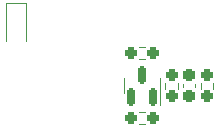
<source format=gbr>
%TF.GenerationSoftware,KiCad,Pcbnew,(6.0.11)*%
%TF.CreationDate,2024-02-10T16:41:49+09:00*%
%TF.ProjectId,SmallPW,536d616c-6c50-4572-9e6b-696361645f70,rev?*%
%TF.SameCoordinates,Original*%
%TF.FileFunction,Legend,Bot*%
%TF.FilePolarity,Positive*%
%FSLAX46Y46*%
G04 Gerber Fmt 4.6, Leading zero omitted, Abs format (unit mm)*
G04 Created by KiCad (PCBNEW (6.0.11)) date 2024-02-10 16:41:49*
%MOMM*%
%LPD*%
G01*
G04 APERTURE LIST*
G04 Aperture macros list*
%AMRoundRect*
0 Rectangle with rounded corners*
0 $1 Rounding radius*
0 $2 $3 $4 $5 $6 $7 $8 $9 X,Y pos of 4 corners*
0 Add a 4 corners polygon primitive as box body*
4,1,4,$2,$3,$4,$5,$6,$7,$8,$9,$2,$3,0*
0 Add four circle primitives for the rounded corners*
1,1,$1+$1,$2,$3*
1,1,$1+$1,$4,$5*
1,1,$1+$1,$6,$7*
1,1,$1+$1,$8,$9*
0 Add four rect primitives between the rounded corners*
20,1,$1+$1,$2,$3,$4,$5,0*
20,1,$1+$1,$4,$5,$6,$7,0*
20,1,$1+$1,$6,$7,$8,$9,0*
20,1,$1+$1,$8,$9,$2,$3,0*%
G04 Aperture macros list end*
%ADD10C,0.120000*%
%ADD11C,1.524000*%
%ADD12R,3.800000X3.800000*%
%ADD13C,3.800000*%
%ADD14C,4.000000*%
%ADD15O,4.000000X1.524000*%
%ADD16C,2.780000*%
%ADD17RoundRect,0.237500X-0.237500X0.300000X-0.237500X-0.300000X0.237500X-0.300000X0.237500X0.300000X0*%
%ADD18R,1.000000X1.000000*%
%ADD19RoundRect,0.237500X-0.237500X0.250000X-0.237500X-0.250000X0.237500X-0.250000X0.237500X0.250000X0*%
%ADD20RoundRect,0.150000X0.150000X-0.587500X0.150000X0.587500X-0.150000X0.587500X-0.150000X-0.587500X0*%
%ADD21RoundRect,0.237500X0.250000X0.237500X-0.250000X0.237500X-0.250000X-0.237500X0.250000X-0.237500X0*%
G04 APERTURE END LIST*
D10*
%TO.C,C1*%
X157990000Y-69903733D02*
X157990000Y-70196267D01*
X159010000Y-69903733D02*
X159010000Y-70196267D01*
%TO.C,D2*%
X142975000Y-63100000D02*
X142975000Y-66250000D01*
X142975000Y-63100000D02*
X144675000Y-63100000D01*
X144675000Y-63100000D02*
X144675000Y-66250000D01*
%TO.C,R2*%
X156477500Y-69795276D02*
X156477500Y-70304724D01*
X157522500Y-69795276D02*
X157522500Y-70304724D01*
%TO.C,Q2*%
X152940000Y-70050000D02*
X152940000Y-69400000D01*
X156060000Y-70050000D02*
X156060000Y-71725000D01*
X152940000Y-70050000D02*
X152940000Y-70700000D01*
X156060000Y-70050000D02*
X156060000Y-69400000D01*
%TO.C,R5*%
X154754724Y-73322500D02*
X154245276Y-73322500D01*
X154754724Y-72277500D02*
X154245276Y-72277500D01*
%TO.C,R1*%
X159477500Y-69795276D02*
X159477500Y-70304724D01*
X160522500Y-69795276D02*
X160522500Y-70304724D01*
%TO.C,R3*%
X154764725Y-66777500D02*
X154255277Y-66777500D01*
X154764725Y-67822500D02*
X154255277Y-67822500D01*
%TD*%
%LPC*%
D11*
%TO.C,MES1*%
X140500000Y-85300000D03*
X138500000Y-85285000D03*
%TD*%
D12*
%TO.C,J1*%
X98500000Y-68000000D03*
D13*
X98500000Y-73000000D03*
%TD*%
D12*
%TO.C,J5*%
X155000000Y-52000000D03*
D14*
X150000000Y-52000000D03*
%TD*%
D12*
%TO.C,J4*%
X141000000Y-52000000D03*
D14*
X136000000Y-52000000D03*
%TD*%
D15*
%TO.C,SW1*%
X159000000Y-73000000D03*
X159000000Y-67000000D03*
%TD*%
D12*
%TO.C,J2*%
X113000000Y-52000000D03*
D14*
X108000000Y-52000000D03*
%TD*%
D16*
%TO.C,F1*%
X106800000Y-72420000D03*
X110200000Y-72420000D03*
X106800000Y-62500000D03*
X110200000Y-62500000D03*
%TD*%
D12*
%TO.C,J3*%
X127000000Y-52000000D03*
D14*
X122000000Y-52000000D03*
%TD*%
D17*
%TO.C,C1*%
X158500000Y-69187500D03*
X158500000Y-70912500D03*
%TD*%
D18*
%TO.C,D2*%
X143825000Y-63750000D03*
X143825000Y-66250000D03*
%TD*%
D19*
%TO.C,R2*%
X157000000Y-69137500D03*
X157000000Y-70962500D03*
%TD*%
D20*
%TO.C,Q2*%
X155450000Y-70987500D03*
X153550000Y-70987500D03*
X154500000Y-69112500D03*
%TD*%
D21*
%TO.C,R5*%
X155412500Y-72800000D03*
X153587500Y-72800000D03*
%TD*%
D19*
%TO.C,R1*%
X160000000Y-69137500D03*
X160000000Y-70962500D03*
%TD*%
D21*
%TO.C,R3*%
X155422501Y-67300000D03*
X153597501Y-67300000D03*
%TD*%
M02*

</source>
